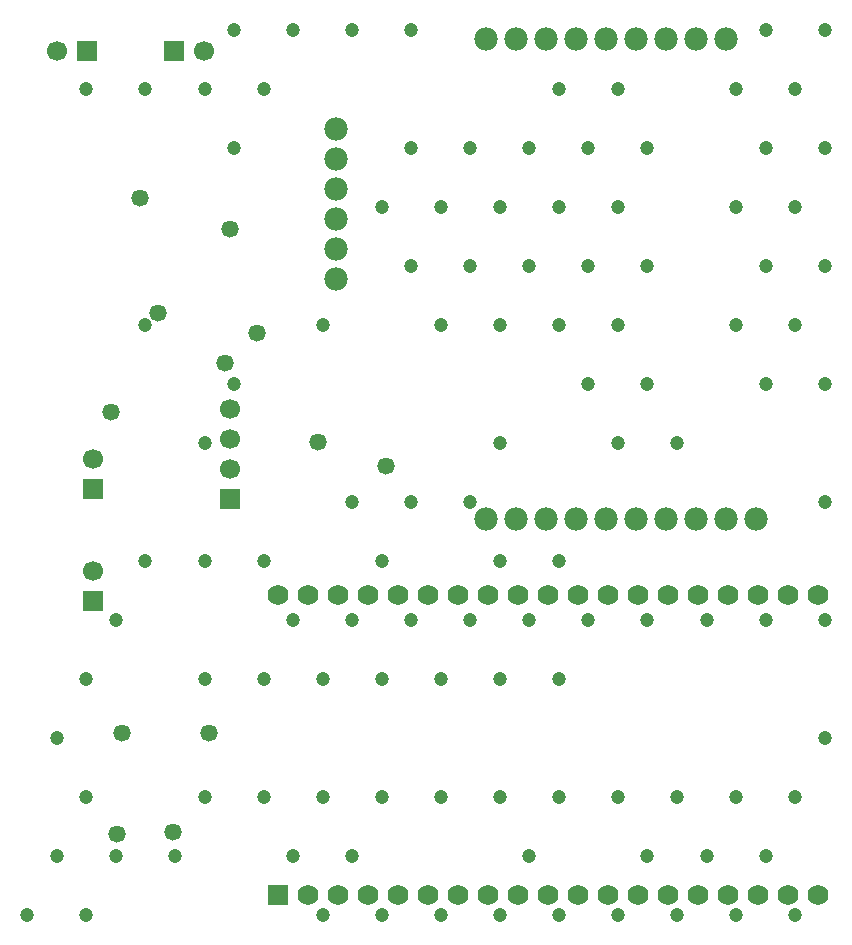
<source format=gbs>
G04*
G04 #@! TF.GenerationSoftware,Altium Limited,Altium Designer,19.0.15 (446)*
G04*
G04 Layer_Color=16711935*
%FSLAX42Y42*%
%MOMM*%
G71*
G01*
G75*
%ADD33R,1.70X1.70*%
%ADD34C,1.70*%
%ADD35R,1.70X1.70*%
%ADD36C,1.76*%
%ADD37R,1.76X1.76*%
%ADD38C,1.98*%
%ADD39C,1.20*%
%ADD40C,1.47*%
D33*
X837Y3835D02*
D03*
X838Y2883D02*
D03*
X1994Y3747D02*
D03*
D34*
X837Y4089D02*
D03*
X838Y3137D02*
D03*
X1778Y7540D02*
D03*
X533D02*
D03*
X1994Y4508D02*
D03*
Y4254D02*
D03*
Y4001D02*
D03*
D35*
X1524Y7540D02*
D03*
X787D02*
D03*
D36*
X6978Y2934D02*
D03*
X6724D02*
D03*
X6469D02*
D03*
X6215D02*
D03*
X5962D02*
D03*
X5708D02*
D03*
X5453D02*
D03*
X5199D02*
D03*
X4946D02*
D03*
X4692D02*
D03*
X4438D02*
D03*
X4183D02*
D03*
X3929D02*
D03*
X3676D02*
D03*
X3422D02*
D03*
X3167D02*
D03*
X2914D02*
D03*
X2659D02*
D03*
X2406D02*
D03*
X6724Y394D02*
D03*
X6469D02*
D03*
X6215D02*
D03*
X5962D02*
D03*
X5708D02*
D03*
X5453D02*
D03*
X5199D02*
D03*
X4946D02*
D03*
X4692D02*
D03*
X4438D02*
D03*
X4183D02*
D03*
X3929D02*
D03*
X3676D02*
D03*
X3422D02*
D03*
X3167D02*
D03*
X2914D02*
D03*
X6978D02*
D03*
X2659D02*
D03*
D37*
X2406D02*
D03*
D38*
X4166Y7645D02*
D03*
X4420D02*
D03*
X4674D02*
D03*
X4928D02*
D03*
X5182D02*
D03*
X5436D02*
D03*
X5690D02*
D03*
X5944D02*
D03*
X6198D02*
D03*
X6452Y3581D02*
D03*
X6198D02*
D03*
X5944D02*
D03*
X5690D02*
D03*
X5436D02*
D03*
X5182D02*
D03*
X4928D02*
D03*
X4674D02*
D03*
X4420D02*
D03*
X4166D02*
D03*
X2896Y5613D02*
D03*
Y5867D02*
D03*
Y6121D02*
D03*
Y6375D02*
D03*
Y6629D02*
D03*
Y6883D02*
D03*
D39*
X7030Y7723D02*
D03*
X6780Y7223D02*
D03*
X7030Y6723D02*
D03*
X6780Y6223D02*
D03*
X7030Y5723D02*
D03*
X6780Y5223D02*
D03*
X7030Y4723D02*
D03*
Y3723D02*
D03*
Y2723D02*
D03*
Y1723D02*
D03*
X6780Y1223D02*
D03*
Y223D02*
D03*
X6530Y7723D02*
D03*
X6280Y7223D02*
D03*
X6530Y6723D02*
D03*
X6280Y6223D02*
D03*
X6530Y5723D02*
D03*
X6280Y5223D02*
D03*
X6530Y4723D02*
D03*
Y2723D02*
D03*
X6280Y1223D02*
D03*
X6530Y723D02*
D03*
X6280Y223D02*
D03*
X5780Y4223D02*
D03*
X6030Y2723D02*
D03*
X5780Y1223D02*
D03*
X6030Y723D02*
D03*
X5780Y223D02*
D03*
X5280Y7223D02*
D03*
X5530Y6723D02*
D03*
X5280Y6223D02*
D03*
X5530Y5723D02*
D03*
X5280Y5223D02*
D03*
X5530Y4723D02*
D03*
X5280Y4223D02*
D03*
X5530Y2723D02*
D03*
X5280Y1223D02*
D03*
X5530Y723D02*
D03*
X5280Y223D02*
D03*
X4780Y7223D02*
D03*
X5030Y6723D02*
D03*
X4780Y6223D02*
D03*
X5030Y5723D02*
D03*
X4780Y5223D02*
D03*
X5030Y4723D02*
D03*
X4780Y3223D02*
D03*
X5030Y2723D02*
D03*
X4780Y2223D02*
D03*
Y1223D02*
D03*
Y223D02*
D03*
X4530Y6723D02*
D03*
X4280Y6223D02*
D03*
X4530Y5723D02*
D03*
X4280Y5223D02*
D03*
Y4223D02*
D03*
Y3223D02*
D03*
X4530Y2723D02*
D03*
X4280Y2223D02*
D03*
Y1223D02*
D03*
X4530Y723D02*
D03*
X4280Y223D02*
D03*
X4030Y6723D02*
D03*
X3780Y6223D02*
D03*
X4030Y5723D02*
D03*
X3780Y5223D02*
D03*
X4030Y3723D02*
D03*
Y2723D02*
D03*
X3780Y2223D02*
D03*
Y1223D02*
D03*
Y223D02*
D03*
X3530Y7723D02*
D03*
Y6723D02*
D03*
X3280Y6223D02*
D03*
X3530Y5723D02*
D03*
Y3723D02*
D03*
X3280Y3223D02*
D03*
X3530Y2723D02*
D03*
X3280Y2223D02*
D03*
Y1223D02*
D03*
Y223D02*
D03*
X3030Y7723D02*
D03*
X2780Y5223D02*
D03*
X3030Y3723D02*
D03*
Y2723D02*
D03*
X2780Y2223D02*
D03*
Y1223D02*
D03*
X3030Y723D02*
D03*
X2780Y223D02*
D03*
X2530Y7723D02*
D03*
X2280Y7223D02*
D03*
Y3223D02*
D03*
X2530Y2723D02*
D03*
X2280Y2223D02*
D03*
Y1223D02*
D03*
X2530Y723D02*
D03*
X2030Y7723D02*
D03*
X1780Y7223D02*
D03*
X2030Y6723D02*
D03*
Y4723D02*
D03*
X1780Y4223D02*
D03*
Y3223D02*
D03*
Y2223D02*
D03*
Y1223D02*
D03*
X1280Y7223D02*
D03*
Y5223D02*
D03*
Y3223D02*
D03*
X1530Y723D02*
D03*
X780Y7223D02*
D03*
X1030Y2723D02*
D03*
X780Y2223D02*
D03*
Y1223D02*
D03*
X1030Y723D02*
D03*
X780Y223D02*
D03*
X530Y1723D02*
D03*
Y723D02*
D03*
X280Y223D02*
D03*
D40*
X2223Y5156D02*
D03*
X991Y4483D02*
D03*
X1041Y914D02*
D03*
X1511Y927D02*
D03*
X1080Y1765D02*
D03*
X1816D02*
D03*
X1232Y6299D02*
D03*
X2743Y4229D02*
D03*
X3315Y4026D02*
D03*
X1956Y4902D02*
D03*
X1994Y6033D02*
D03*
X1382Y5321D02*
D03*
M02*

</source>
